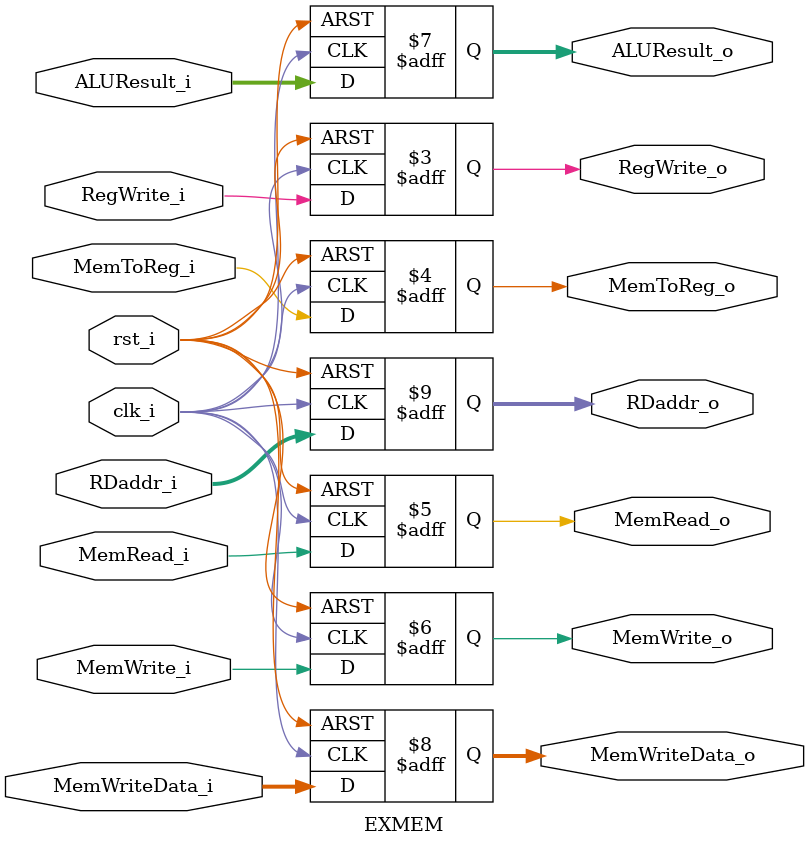
<source format=v>
module EXMEM (
    input clk_i,
    input rst_i,
    input RegWrite_i,
    input MemToReg_i,
    input MemRead_i,
    input MemWrite_i,
    input [31:0] ALUResult_i,
    input [31:0] MemWriteData_i,
    input [4:0] RDaddr_i,
    output reg RegWrite_o,
    output reg MemToReg_o,
    output reg MemRead_o,
    output reg MemWrite_o,
    output reg [31:0] ALUResult_o,
    output reg [31:0] MemWriteData_o,
    output reg [4:0] RDaddr_o
);

always@(posedge clk_i or negedge rst_i) begin
    if(~rst_i) begin
        RegWrite_o <= 1'b0;
        MemToReg_o <= 1'b0;
        MemRead_o <= 1'b0;
        MemWrite_o <= 1'b0;
        ALUResult_o <= 32'b0;
        MemWriteData_o <= 32'b0;
        RDaddr_o <= 5'b0;
    end
    else begin
        RegWrite_o <= RegWrite_i;
        MemToReg_o <= MemToReg_i;
        MemRead_o <= MemRead_i;
        MemWrite_o <= MemWrite_i;
        ALUResult_o <= ALUResult_i;
        MemWriteData_o <= MemWriteData_i;
        RDaddr_o <= RDaddr_i;
    end
end
    
endmodule
</source>
